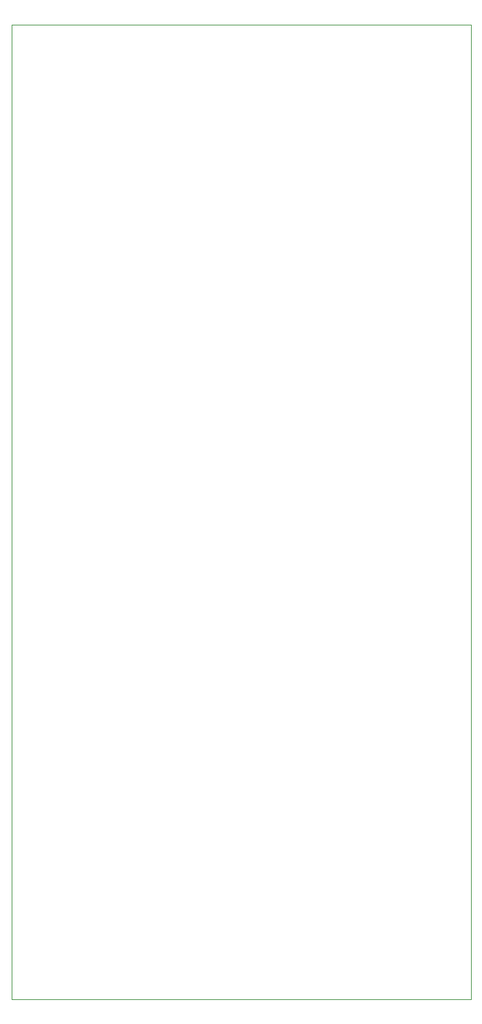
<source format=gbr>
%TF.GenerationSoftware,KiCad,Pcbnew,9.0.3*%
%TF.CreationDate,2026-03-01T13:08:57+01:00*%
%TF.ProjectId,HAT_RPI_PnP,4841545f-5250-4495-9f50-6e502e6b6963,rev?*%
%TF.SameCoordinates,Original*%
%TF.FileFunction,Profile,NP*%
%FSLAX46Y46*%
G04 Gerber Fmt 4.6, Leading zero omitted, Abs format (unit mm)*
G04 Created by KiCad (PCBNEW 9.0.3) date 2026-03-01 13:08:57*
%MOMM*%
%LPD*%
G01*
G04 APERTURE LIST*
%TA.AperFunction,Profile*%
%ADD10C,0.050000*%
%TD*%
G04 APERTURE END LIST*
D10*
X58900000Y-46500000D02*
X115500000Y-46500000D01*
X115500000Y-166700000D01*
X58900000Y-166700000D01*
X58900000Y-46500000D01*
M02*

</source>
